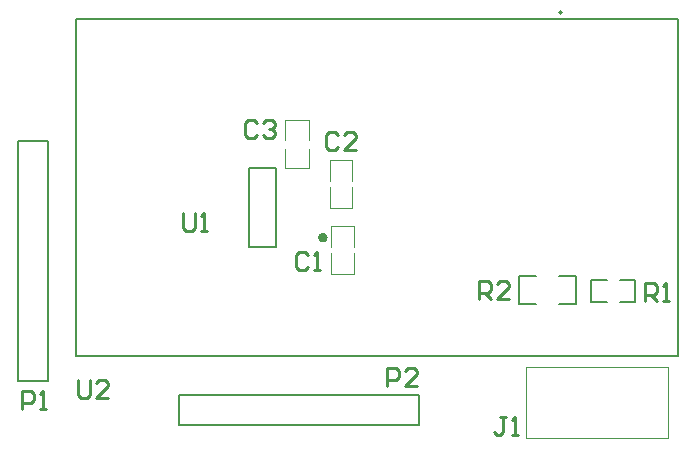
<source format=gto>
G04*
G04 #@! TF.GenerationSoftware,Altium Limited,Altium Designer,20.2.3 (150)*
G04*
G04 Layer_Color=65535*
%FSLAX44Y44*%
%MOMM*%
G71*
G04*
G04 #@! TF.SameCoordinates,5F06F80F-724F-48A1-AB94-725DB31EE99F*
G04*
G04*
G04 #@! TF.FilePolarity,Positive*
G04*
G01*
G75*
%ADD10C,0.4000*%
%ADD11C,0.2000*%
%ADD12C,0.1524*%
%ADD13C,0.1250*%
%ADD14C,0.1270*%
%ADD15C,0.2540*%
D10*
X389857Y-222758D02*
G03*
X389857Y-222758I-1999J0D01*
G01*
D11*
X589982Y-32094D02*
G03*
X589982Y-32094I-1000J0D01*
G01*
X129540Y-343662D02*
Y-140462D01*
Y-343662D02*
X154940D01*
Y-140462D01*
X129540D02*
X154940D01*
X265684Y-381000D02*
Y-355600D01*
X468884D01*
Y-381000D02*
Y-355600D01*
X265684Y-381000D02*
X468884D01*
D12*
X652357Y-262115D02*
Y-258354D01*
Y-277507D02*
Y-271285D01*
X614924Y-258403D02*
X628714D01*
X614924Y-277507D02*
Y-258403D01*
Y-277507D02*
X628714D01*
X639508Y-258354D02*
X652357D01*
Y-271285D02*
Y-262115D01*
X639508Y-277507D02*
X652357D01*
X553768Y-279070D02*
X568592D01*
X553768D02*
Y-255389D01*
X568592D01*
X587616Y-279070D02*
X602440D01*
Y-255389D01*
X587616D02*
X602440D01*
X325628Y-230620D02*
X348488D01*
Y-164096D01*
X325628D02*
X348488D01*
X325628Y-230620D02*
Y-164096D01*
D13*
X376250Y-164084D02*
Y-147574D01*
X355854Y-164084D02*
Y-147574D01*
Y-164084D02*
X376250D01*
Y-139954D02*
Y-123444D01*
X355854Y-139954D02*
Y-123444D01*
X376250D01*
X414228Y-230296D02*
Y-212516D01*
X395169D02*
X414228D01*
X395169Y-230296D02*
Y-212516D01*
X414228Y-253156D02*
Y-235376D01*
X395169Y-253156D02*
X414228D01*
X395169D02*
Y-235376D01*
X393638Y-197612D02*
Y-179832D01*
Y-197612D02*
X412697D01*
Y-179832D01*
X393638Y-174752D02*
Y-156972D01*
X412697D01*
Y-174752D02*
Y-156972D01*
X560018Y-331950D02*
X680268D01*
Y-391950D02*
Y-331950D01*
X560018Y-391950D02*
X680268D01*
X560018D02*
Y-331950D01*
D14*
X179082Y-322894D02*
Y-268394D01*
Y-91494D01*
Y-37794D01*
Y-322894D02*
X688582D01*
X179082Y-37794D02*
X688582D01*
Y-322894D02*
Y-215594D01*
Y-148484D01*
Y-37794D01*
X179082D02*
X688582D01*
Y-322894D02*
Y-37794D01*
X179082Y-322894D02*
Y-37794D01*
Y-322894D02*
X688582D01*
D15*
X660403Y-276096D02*
Y-260861D01*
X668021D01*
X670560Y-263400D01*
Y-268478D01*
X668021Y-271017D01*
X660403D01*
X665482D02*
X670560Y-276096D01*
X675638D02*
X680717D01*
X678178D01*
Y-260861D01*
X675638Y-263400D01*
X519688Y-274571D02*
Y-259336D01*
X527306D01*
X529845Y-261876D01*
Y-266954D01*
X527306Y-269493D01*
X519688D01*
X524767D02*
X529845Y-274571D01*
X545080D02*
X534923D01*
X545080Y-264415D01*
Y-261876D01*
X542541Y-259336D01*
X537462D01*
X534923Y-261876D01*
X332487Y-125224D02*
X329948Y-122684D01*
X324869D01*
X322330Y-125224D01*
Y-135380D01*
X324869Y-137920D01*
X329948D01*
X332487Y-135380D01*
X337565Y-125224D02*
X340104Y-122684D01*
X345183D01*
X347722Y-125224D01*
Y-127763D01*
X345183Y-130302D01*
X342644D01*
X345183D01*
X347722Y-132841D01*
Y-135380D01*
X345183Y-137920D01*
X340104D01*
X337565Y-135380D01*
X269497Y-201933D02*
Y-214628D01*
X272036Y-217167D01*
X277115D01*
X279654Y-214628D01*
Y-201933D01*
X284732Y-217167D02*
X289811D01*
X287272D01*
Y-201933D01*
X284732Y-204472D01*
X375158Y-237492D02*
X372619Y-234953D01*
X367541D01*
X365001Y-237492D01*
Y-247648D01*
X367541Y-250187D01*
X372619D01*
X375158Y-247648D01*
X380236Y-250187D02*
X385315D01*
X382776D01*
Y-234953D01*
X380236Y-237492D01*
X180344Y-342902D02*
Y-355598D01*
X182883Y-358138D01*
X187962D01*
X190501Y-355598D01*
Y-342902D01*
X205736Y-358138D02*
X195579D01*
X205736Y-347981D01*
Y-345442D01*
X203197Y-342902D01*
X198118D01*
X195579Y-345442D01*
X133099Y-367789D02*
Y-352555D01*
X140717D01*
X143256Y-355094D01*
Y-360172D01*
X140717Y-362711D01*
X133099D01*
X148334Y-367789D02*
X153413D01*
X150874D01*
Y-352555D01*
X148334Y-355094D01*
X442218Y-348232D02*
Y-332996D01*
X449836D01*
X452375Y-335536D01*
Y-340614D01*
X449836Y-343153D01*
X442218D01*
X467610Y-348232D02*
X457453D01*
X467610Y-338075D01*
Y-335536D01*
X465071Y-332996D01*
X459992D01*
X457453Y-335536D01*
X543052Y-374398D02*
X537974D01*
X540513D01*
Y-387094D01*
X537974Y-389633D01*
X535434D01*
X532895Y-387094D01*
X548130Y-389633D02*
X553209D01*
X550670D01*
Y-374398D01*
X548130Y-376938D01*
X401067Y-135384D02*
X398528Y-132844D01*
X393449D01*
X390910Y-135384D01*
Y-145540D01*
X393449Y-148080D01*
X398528D01*
X401067Y-145540D01*
X416302Y-148080D02*
X406145D01*
X416302Y-137923D01*
Y-135384D01*
X413763Y-132844D01*
X408684D01*
X406145Y-135384D01*
M02*

</source>
